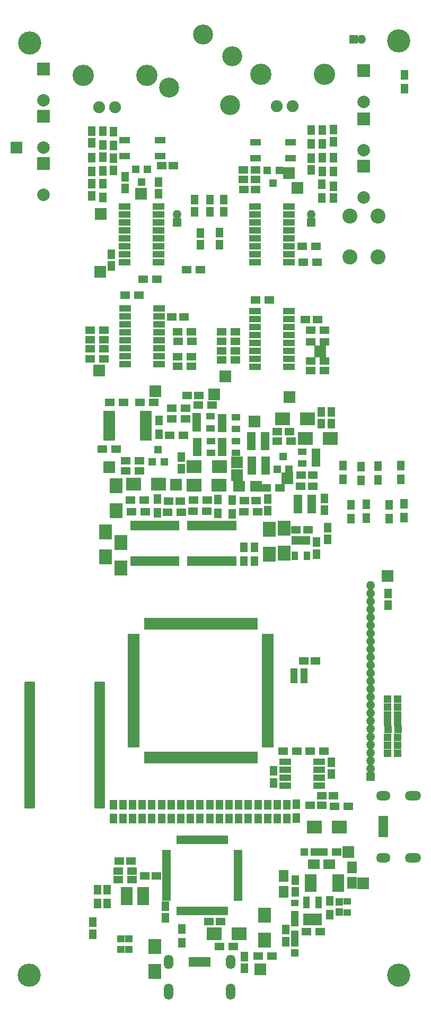
<source format=gbr>
G04 #@! TF.FileFunction,Soldermask,Top*
%FSLAX46Y46*%
G04 Gerber Fmt 4.6, Leading zero omitted, Abs format (unit mm)*
G04 Created by KiCad (PCBNEW 4.0.6) date Tue Sep  5 00:59:50 2017*
%MOMM*%
%LPD*%
G01*
G04 APERTURE LIST*
%ADD10C,0.100000*%
%ADD11C,0.381000*%
%ADD12R,1.300000X1.600000*%
%ADD13R,1.400000X1.400000*%
%ADD14O,1.400000X1.400000*%
%ADD15R,1.150000X1.600000*%
%ADD16R,1.950000X0.700000*%
%ADD17R,0.700000X1.950000*%
%ADD18R,1.200000X1.200000*%
%ADD19R,0.650000X1.400000*%
%ADD20R,1.400000X0.650000*%
%ADD21R,1.600000X1.300000*%
%ADD22R,1.600000X1.150000*%
%ADD23R,1.650000X1.900000*%
%ADD24R,1.900000X1.650000*%
%ADD25R,1.200000X1.000000*%
%ADD26R,1.050000X1.960000*%
%ADD27R,1.960000X1.050000*%
%ADD28R,1.300000X0.700000*%
%ADD29R,2.000000X2.400000*%
%ADD30R,2.400000X2.000000*%
%ADD31R,1.200000X1.300000*%
%ADD32R,1.700000X1.000000*%
%ADD33R,1.900000X1.000000*%
%ADD34R,1.850000X0.850000*%
%ADD35R,1.460000X1.050000*%
%ADD36R,1.101040X1.400760*%
%ADD37R,0.800000X1.500000*%
%ADD38C,2.400000*%
%ADD39R,2.000000X2.000000*%
%ADD40C,2.000000*%
%ADD41R,1.924000X1.924000*%
%ADD42C,3.700000*%
%ADD43R,0.850000X1.500000*%
%ADD44O,1.500000X2.300000*%
%ADD45O,1.500000X2.600000*%
%ADD46R,1.500000X0.850000*%
%ADD47O,2.300000X1.500000*%
%ADD48O,2.600000X1.500000*%
%ADD49R,1.900000X1.700000*%
%ADD50R,1.950000X1.000000*%
%ADD51C,3.400000*%
%ADD52C,1.900000*%
%ADD53C,3.200000*%
G04 APERTURE END LIST*
D10*
D11*
G36*
X102030000Y-159991000D02*
X102030000Y-159391000D01*
X103280000Y-159391000D01*
X103280000Y-159991000D01*
X102030000Y-159991000D01*
G37*
X102030000Y-159991000D02*
X102030000Y-159391000D01*
X103280000Y-159391000D01*
X103280000Y-159991000D01*
X102030000Y-159991000D01*
G36*
X102030000Y-159191000D02*
X102030000Y-158591000D01*
X103280000Y-158591000D01*
X103280000Y-159191000D01*
X102030000Y-159191000D01*
G37*
X102030000Y-159191000D02*
X102030000Y-158591000D01*
X103280000Y-158591000D01*
X103280000Y-159191000D01*
X102030000Y-159191000D01*
G36*
X102030000Y-158391000D02*
X102030000Y-157791000D01*
X103280000Y-157791000D01*
X103280000Y-158391000D01*
X102030000Y-158391000D01*
G37*
X102030000Y-158391000D02*
X102030000Y-157791000D01*
X103280000Y-157791000D01*
X103280000Y-158391000D01*
X102030000Y-158391000D01*
G36*
X102030000Y-157591000D02*
X102030000Y-156991000D01*
X103280000Y-156991000D01*
X103280000Y-157591000D01*
X102030000Y-157591000D01*
G37*
X102030000Y-157591000D02*
X102030000Y-156991000D01*
X103280000Y-156991000D01*
X103280000Y-157591000D01*
X102030000Y-157591000D01*
G36*
X102030000Y-156791000D02*
X102030000Y-156191000D01*
X103280000Y-156191000D01*
X103280000Y-156791000D01*
X102030000Y-156791000D01*
G37*
X102030000Y-156791000D02*
X102030000Y-156191000D01*
X103280000Y-156191000D01*
X103280000Y-156791000D01*
X102030000Y-156791000D01*
G36*
X102030000Y-155991000D02*
X102030000Y-155391000D01*
X103280000Y-155391000D01*
X103280000Y-155991000D01*
X102030000Y-155991000D01*
G37*
X102030000Y-155991000D02*
X102030000Y-155391000D01*
X103280000Y-155391000D01*
X103280000Y-155991000D01*
X102030000Y-155991000D01*
G36*
X102030000Y-155191000D02*
X102030000Y-154591000D01*
X103280000Y-154591000D01*
X103280000Y-155191000D01*
X102030000Y-155191000D01*
G37*
X102030000Y-155191000D02*
X102030000Y-154591000D01*
X103280000Y-154591000D01*
X103280000Y-155191000D01*
X102030000Y-155191000D01*
G36*
X102030000Y-154391000D02*
X102030000Y-153791000D01*
X103280000Y-153791000D01*
X103280000Y-154391000D01*
X102030000Y-154391000D01*
G37*
X102030000Y-154391000D02*
X102030000Y-153791000D01*
X103280000Y-153791000D01*
X103280000Y-154391000D01*
X102030000Y-154391000D01*
G36*
X102030000Y-153591000D02*
X102030000Y-152991000D01*
X103280000Y-152991000D01*
X103280000Y-153591000D01*
X102030000Y-153591000D01*
G37*
X102030000Y-153591000D02*
X102030000Y-152991000D01*
X103280000Y-152991000D01*
X103280000Y-153591000D01*
X102030000Y-153591000D01*
G36*
X102030000Y-152791000D02*
X102030000Y-152191000D01*
X103280000Y-152191000D01*
X103280000Y-152791000D01*
X102030000Y-152791000D01*
G37*
X102030000Y-152791000D02*
X102030000Y-152191000D01*
X103280000Y-152191000D01*
X103280000Y-152791000D01*
X102030000Y-152791000D01*
G36*
X102030000Y-151991000D02*
X102030000Y-151391000D01*
X103280000Y-151391000D01*
X103280000Y-151991000D01*
X102030000Y-151991000D01*
G37*
X102030000Y-151991000D02*
X102030000Y-151391000D01*
X103280000Y-151391000D01*
X103280000Y-151991000D01*
X102030000Y-151991000D01*
G36*
X102030000Y-151191000D02*
X102030000Y-150591000D01*
X103280000Y-150591000D01*
X103280000Y-151191000D01*
X102030000Y-151191000D01*
G37*
X102030000Y-151191000D02*
X102030000Y-150591000D01*
X103280000Y-150591000D01*
X103280000Y-151191000D01*
X102030000Y-151191000D01*
G36*
X102030000Y-150391000D02*
X102030000Y-149791000D01*
X103280000Y-149791000D01*
X103280000Y-150391000D01*
X102030000Y-150391000D01*
G37*
X102030000Y-150391000D02*
X102030000Y-149791000D01*
X103280000Y-149791000D01*
X103280000Y-150391000D01*
X102030000Y-150391000D01*
G36*
X102030000Y-149591000D02*
X102030000Y-148991000D01*
X103280000Y-148991000D01*
X103280000Y-149591000D01*
X102030000Y-149591000D01*
G37*
X102030000Y-149591000D02*
X102030000Y-148991000D01*
X103280000Y-148991000D01*
X103280000Y-149591000D01*
X102030000Y-149591000D01*
G36*
X102030000Y-148791000D02*
X102030000Y-148191000D01*
X103280000Y-148191000D01*
X103280000Y-148791000D01*
X102030000Y-148791000D01*
G37*
X102030000Y-148791000D02*
X102030000Y-148191000D01*
X103280000Y-148191000D01*
X103280000Y-148791000D01*
X102030000Y-148791000D01*
G36*
X102030000Y-147991000D02*
X102030000Y-147391000D01*
X103280000Y-147391000D01*
X103280000Y-147991000D01*
X102030000Y-147991000D01*
G37*
X102030000Y-147991000D02*
X102030000Y-147391000D01*
X103280000Y-147391000D01*
X103280000Y-147991000D01*
X102030000Y-147991000D01*
G36*
X102030000Y-147191000D02*
X102030000Y-146591000D01*
X103280000Y-146591000D01*
X103280000Y-147191000D01*
X102030000Y-147191000D01*
G37*
X102030000Y-147191000D02*
X102030000Y-146591000D01*
X103280000Y-146591000D01*
X103280000Y-147191000D01*
X102030000Y-147191000D01*
G36*
X102030000Y-146391000D02*
X102030000Y-145791000D01*
X103280000Y-145791000D01*
X103280000Y-146391000D01*
X102030000Y-146391000D01*
G37*
X102030000Y-146391000D02*
X102030000Y-145791000D01*
X103280000Y-145791000D01*
X103280000Y-146391000D01*
X102030000Y-146391000D01*
G36*
X102030000Y-145591000D02*
X102030000Y-144991000D01*
X103280000Y-144991000D01*
X103280000Y-145591000D01*
X102030000Y-145591000D01*
G37*
X102030000Y-145591000D02*
X102030000Y-144991000D01*
X103280000Y-144991000D01*
X103280000Y-145591000D01*
X102030000Y-145591000D01*
G36*
X102030000Y-144791000D02*
X102030000Y-144191000D01*
X103280000Y-144191000D01*
X103280000Y-144791000D01*
X102030000Y-144791000D01*
G37*
X102030000Y-144791000D02*
X102030000Y-144191000D01*
X103280000Y-144191000D01*
X103280000Y-144791000D01*
X102030000Y-144791000D01*
G36*
X102030000Y-143991000D02*
X102030000Y-143391000D01*
X103280000Y-143391000D01*
X103280000Y-143991000D01*
X102030000Y-143991000D01*
G37*
X102030000Y-143991000D02*
X102030000Y-143391000D01*
X103280000Y-143391000D01*
X103280000Y-143991000D01*
X102030000Y-143991000D01*
G36*
X102030000Y-143191000D02*
X102030000Y-142591000D01*
X103280000Y-142591000D01*
X103280000Y-143191000D01*
X102030000Y-143191000D01*
G37*
X102030000Y-143191000D02*
X102030000Y-142591000D01*
X103280000Y-142591000D01*
X103280000Y-143191000D01*
X102030000Y-143191000D01*
G36*
X102030000Y-142391000D02*
X102030000Y-141791000D01*
X103280000Y-141791000D01*
X103280000Y-142391000D01*
X102030000Y-142391000D01*
G37*
X102030000Y-142391000D02*
X102030000Y-141791000D01*
X103280000Y-141791000D01*
X103280000Y-142391000D01*
X102030000Y-142391000D01*
G36*
X102030000Y-141591000D02*
X102030000Y-140991000D01*
X103280000Y-140991000D01*
X103280000Y-141591000D01*
X102030000Y-141591000D01*
G37*
X102030000Y-141591000D02*
X102030000Y-140991000D01*
X103280000Y-140991000D01*
X103280000Y-141591000D01*
X102030000Y-141591000D01*
G36*
X102030000Y-140791000D02*
X102030000Y-140191000D01*
X103280000Y-140191000D01*
X103280000Y-140791000D01*
X102030000Y-140791000D01*
G37*
X102030000Y-140791000D02*
X102030000Y-140191000D01*
X103280000Y-140191000D01*
X103280000Y-140791000D01*
X102030000Y-140791000D01*
G36*
X92080000Y-140191000D02*
X92080000Y-140791000D01*
X90830000Y-140791000D01*
X90830000Y-140191000D01*
X92080000Y-140191000D01*
G37*
X92080000Y-140191000D02*
X92080000Y-140791000D01*
X90830000Y-140791000D01*
X90830000Y-140191000D01*
X92080000Y-140191000D01*
G36*
X92080000Y-140991000D02*
X92080000Y-141591000D01*
X90830000Y-141591000D01*
X90830000Y-140991000D01*
X92080000Y-140991000D01*
G37*
X92080000Y-140991000D02*
X92080000Y-141591000D01*
X90830000Y-141591000D01*
X90830000Y-140991000D01*
X92080000Y-140991000D01*
G36*
X92080000Y-141791000D02*
X92080000Y-142391000D01*
X90830000Y-142391000D01*
X90830000Y-141791000D01*
X92080000Y-141791000D01*
G37*
X92080000Y-141791000D02*
X92080000Y-142391000D01*
X90830000Y-142391000D01*
X90830000Y-141791000D01*
X92080000Y-141791000D01*
G36*
X92080000Y-142591000D02*
X92080000Y-143191000D01*
X90830000Y-143191000D01*
X90830000Y-142591000D01*
X92080000Y-142591000D01*
G37*
X92080000Y-142591000D02*
X92080000Y-143191000D01*
X90830000Y-143191000D01*
X90830000Y-142591000D01*
X92080000Y-142591000D01*
G36*
X92080000Y-143391000D02*
X92080000Y-143991000D01*
X90830000Y-143991000D01*
X90830000Y-143391000D01*
X92080000Y-143391000D01*
G37*
X92080000Y-143391000D02*
X92080000Y-143991000D01*
X90830000Y-143991000D01*
X90830000Y-143391000D01*
X92080000Y-143391000D01*
G36*
X92080000Y-144191000D02*
X92080000Y-144791000D01*
X90830000Y-144791000D01*
X90830000Y-144191000D01*
X92080000Y-144191000D01*
G37*
X92080000Y-144191000D02*
X92080000Y-144791000D01*
X90830000Y-144791000D01*
X90830000Y-144191000D01*
X92080000Y-144191000D01*
G36*
X92080000Y-144991000D02*
X92080000Y-145591000D01*
X90830000Y-145591000D01*
X90830000Y-144991000D01*
X92080000Y-144991000D01*
G37*
X92080000Y-144991000D02*
X92080000Y-145591000D01*
X90830000Y-145591000D01*
X90830000Y-144991000D01*
X92080000Y-144991000D01*
G36*
X92080000Y-145791000D02*
X92080000Y-146391000D01*
X90830000Y-146391000D01*
X90830000Y-145791000D01*
X92080000Y-145791000D01*
G37*
X92080000Y-145791000D02*
X92080000Y-146391000D01*
X90830000Y-146391000D01*
X90830000Y-145791000D01*
X92080000Y-145791000D01*
G36*
X92080000Y-146591000D02*
X92080000Y-147191000D01*
X90830000Y-147191000D01*
X90830000Y-146591000D01*
X92080000Y-146591000D01*
G37*
X92080000Y-146591000D02*
X92080000Y-147191000D01*
X90830000Y-147191000D01*
X90830000Y-146591000D01*
X92080000Y-146591000D01*
G36*
X92080000Y-147391000D02*
X92080000Y-147991000D01*
X90830000Y-147991000D01*
X90830000Y-147391000D01*
X92080000Y-147391000D01*
G37*
X92080000Y-147391000D02*
X92080000Y-147991000D01*
X90830000Y-147991000D01*
X90830000Y-147391000D01*
X92080000Y-147391000D01*
G36*
X92080000Y-148191000D02*
X92080000Y-148791000D01*
X90830000Y-148791000D01*
X90830000Y-148191000D01*
X92080000Y-148191000D01*
G37*
X92080000Y-148191000D02*
X92080000Y-148791000D01*
X90830000Y-148791000D01*
X90830000Y-148191000D01*
X92080000Y-148191000D01*
G36*
X92080000Y-148991000D02*
X92080000Y-149591000D01*
X90830000Y-149591000D01*
X90830000Y-148991000D01*
X92080000Y-148991000D01*
G37*
X92080000Y-148991000D02*
X92080000Y-149591000D01*
X90830000Y-149591000D01*
X90830000Y-148991000D01*
X92080000Y-148991000D01*
G36*
X92080000Y-149791000D02*
X92080000Y-150391000D01*
X90830000Y-150391000D01*
X90830000Y-149791000D01*
X92080000Y-149791000D01*
G37*
X92080000Y-149791000D02*
X92080000Y-150391000D01*
X90830000Y-150391000D01*
X90830000Y-149791000D01*
X92080000Y-149791000D01*
G36*
X92080000Y-150591000D02*
X92080000Y-151191000D01*
X90830000Y-151191000D01*
X90830000Y-150591000D01*
X92080000Y-150591000D01*
G37*
X92080000Y-150591000D02*
X92080000Y-151191000D01*
X90830000Y-151191000D01*
X90830000Y-150591000D01*
X92080000Y-150591000D01*
G36*
X92080000Y-151391000D02*
X92080000Y-151991000D01*
X90830000Y-151991000D01*
X90830000Y-151391000D01*
X92080000Y-151391000D01*
G37*
X92080000Y-151391000D02*
X92080000Y-151991000D01*
X90830000Y-151991000D01*
X90830000Y-151391000D01*
X92080000Y-151391000D01*
G36*
X92080000Y-152191000D02*
X92080000Y-152791000D01*
X90830000Y-152791000D01*
X90830000Y-152191000D01*
X92080000Y-152191000D01*
G37*
X92080000Y-152191000D02*
X92080000Y-152791000D01*
X90830000Y-152791000D01*
X90830000Y-152191000D01*
X92080000Y-152191000D01*
G36*
X92080000Y-152991000D02*
X92080000Y-153591000D01*
X90830000Y-153591000D01*
X90830000Y-152991000D01*
X92080000Y-152991000D01*
G37*
X92080000Y-152991000D02*
X92080000Y-153591000D01*
X90830000Y-153591000D01*
X90830000Y-152991000D01*
X92080000Y-152991000D01*
G36*
X92080000Y-153791000D02*
X92080000Y-154391000D01*
X90830000Y-154391000D01*
X90830000Y-153791000D01*
X92080000Y-153791000D01*
G37*
X92080000Y-153791000D02*
X92080000Y-154391000D01*
X90830000Y-154391000D01*
X90830000Y-153791000D01*
X92080000Y-153791000D01*
G36*
X92080000Y-154591000D02*
X92080000Y-155191000D01*
X90830000Y-155191000D01*
X90830000Y-154591000D01*
X92080000Y-154591000D01*
G37*
X92080000Y-154591000D02*
X92080000Y-155191000D01*
X90830000Y-155191000D01*
X90830000Y-154591000D01*
X92080000Y-154591000D01*
G36*
X92080000Y-155391000D02*
X92080000Y-155991000D01*
X90830000Y-155991000D01*
X90830000Y-155391000D01*
X92080000Y-155391000D01*
G37*
X92080000Y-155391000D02*
X92080000Y-155991000D01*
X90830000Y-155991000D01*
X90830000Y-155391000D01*
X92080000Y-155391000D01*
G36*
X92080000Y-156191000D02*
X92080000Y-156791000D01*
X90830000Y-156791000D01*
X90830000Y-156191000D01*
X92080000Y-156191000D01*
G37*
X92080000Y-156191000D02*
X92080000Y-156791000D01*
X90830000Y-156791000D01*
X90830000Y-156191000D01*
X92080000Y-156191000D01*
G36*
X92080000Y-156991000D02*
X92080000Y-157591000D01*
X90830000Y-157591000D01*
X90830000Y-156991000D01*
X92080000Y-156991000D01*
G37*
X92080000Y-156991000D02*
X92080000Y-157591000D01*
X90830000Y-157591000D01*
X90830000Y-156991000D01*
X92080000Y-156991000D01*
G36*
X92080000Y-157791000D02*
X92080000Y-158391000D01*
X90830000Y-158391000D01*
X90830000Y-157791000D01*
X92080000Y-157791000D01*
G37*
X92080000Y-157791000D02*
X92080000Y-158391000D01*
X90830000Y-158391000D01*
X90830000Y-157791000D01*
X92080000Y-157791000D01*
G36*
X92080000Y-158591000D02*
X92080000Y-159191000D01*
X90830000Y-159191000D01*
X90830000Y-158591000D01*
X92080000Y-158591000D01*
G37*
X92080000Y-158591000D02*
X92080000Y-159191000D01*
X90830000Y-159191000D01*
X90830000Y-158591000D01*
X92080000Y-158591000D01*
G36*
X92080000Y-159391000D02*
X92080000Y-159991000D01*
X90830000Y-159991000D01*
X90830000Y-159391000D01*
X92080000Y-159391000D01*
G37*
X92080000Y-159391000D02*
X92080000Y-159991000D01*
X90830000Y-159991000D01*
X90830000Y-159391000D01*
X92080000Y-159391000D01*
D12*
X147171000Y-105614500D03*
X147171000Y-107814500D03*
X138154000Y-60656500D03*
X138154000Y-62856500D03*
D13*
X145964500Y-155165000D03*
D14*
X145964500Y-153895000D03*
X145964500Y-152625000D03*
X145964500Y-151355000D03*
X145964500Y-150085000D03*
X145964500Y-148815000D03*
X145964500Y-147545000D03*
X145964500Y-146275000D03*
X145964500Y-145005000D03*
X145964500Y-143735000D03*
X145964500Y-142465000D03*
X145964500Y-141195000D03*
X145964500Y-139925000D03*
X145964500Y-138655000D03*
X145964500Y-137385000D03*
X145964500Y-136115000D03*
X145964500Y-134845000D03*
X145964500Y-133575000D03*
X145964500Y-132305000D03*
X145964500Y-131035000D03*
X145964500Y-129765000D03*
X145964500Y-128495000D03*
X145964500Y-127225000D03*
X145964500Y-125955000D03*
X145964500Y-124685000D03*
D15*
X101387500Y-52168000D03*
X101387500Y-54068000D03*
D16*
X108145000Y-132691000D03*
X108145000Y-133191000D03*
X108145000Y-133691000D03*
X108145000Y-134191000D03*
X108145000Y-134691000D03*
X108145000Y-135191000D03*
X108145000Y-135691000D03*
X108145000Y-136191000D03*
X108145000Y-136691000D03*
X108145000Y-137191000D03*
X108145000Y-137691000D03*
X108145000Y-138191000D03*
X108145000Y-138691000D03*
X108145000Y-139191000D03*
X108145000Y-139691000D03*
X108145000Y-140191000D03*
X108145000Y-140691000D03*
X108145000Y-141191000D03*
X108145000Y-141691000D03*
X108145000Y-142191000D03*
X108145000Y-142691000D03*
X108145000Y-143191000D03*
X108145000Y-143691000D03*
X108145000Y-144191000D03*
X108145000Y-144691000D03*
X108145000Y-145191000D03*
X108145000Y-145691000D03*
X108145000Y-146191000D03*
X108145000Y-146691000D03*
X108145000Y-147191000D03*
X108145000Y-147691000D03*
X108145000Y-148191000D03*
X108145000Y-148691000D03*
X108145000Y-149191000D03*
X108145000Y-149691000D03*
X108145000Y-150191000D03*
D17*
X110095000Y-152141000D03*
X110595000Y-152141000D03*
X111095000Y-152141000D03*
X111595000Y-152141000D03*
X112095000Y-152141000D03*
X112595000Y-152141000D03*
X113095000Y-152141000D03*
X113595000Y-152141000D03*
X114095000Y-152141000D03*
X114595000Y-152141000D03*
X115095000Y-152141000D03*
X115595000Y-152141000D03*
X116095000Y-152141000D03*
X116595000Y-152141000D03*
X117095000Y-152141000D03*
X117595000Y-152141000D03*
X118095000Y-152141000D03*
X118595000Y-152141000D03*
X119095000Y-152141000D03*
X119595000Y-152141000D03*
X120095000Y-152141000D03*
X120595000Y-152141000D03*
X121095000Y-152141000D03*
X121595000Y-152141000D03*
X122095000Y-152141000D03*
X122595000Y-152141000D03*
X123095000Y-152141000D03*
X123595000Y-152141000D03*
X124095000Y-152141000D03*
X124595000Y-152141000D03*
X125095000Y-152141000D03*
X125595000Y-152141000D03*
X126095000Y-152141000D03*
X126595000Y-152141000D03*
X127095000Y-152141000D03*
X127595000Y-152141000D03*
D16*
X129545000Y-150191000D03*
X129545000Y-149691000D03*
X129545000Y-149191000D03*
X129545000Y-148691000D03*
X129545000Y-148191000D03*
X129545000Y-147691000D03*
X129545000Y-147191000D03*
X129545000Y-146691000D03*
X129545000Y-146191000D03*
X129545000Y-145691000D03*
X129545000Y-145191000D03*
X129545000Y-144691000D03*
X129545000Y-144191000D03*
X129545000Y-143691000D03*
X129545000Y-143191000D03*
X129545000Y-142691000D03*
X129545000Y-142191000D03*
X129545000Y-141691000D03*
X129545000Y-141191000D03*
X129545000Y-140691000D03*
X129545000Y-140191000D03*
X129545000Y-139691000D03*
X129545000Y-139191000D03*
X129545000Y-138691000D03*
X129545000Y-138191000D03*
X129545000Y-137691000D03*
X129545000Y-137191000D03*
X129545000Y-136691000D03*
X129545000Y-136191000D03*
X129545000Y-135691000D03*
X129545000Y-135191000D03*
X129545000Y-134691000D03*
X129545000Y-134191000D03*
X129545000Y-133691000D03*
X129545000Y-133191000D03*
X129545000Y-132691000D03*
D17*
X127595000Y-130741000D03*
X127095000Y-130741000D03*
X126595000Y-130741000D03*
X126095000Y-130741000D03*
X125595000Y-130741000D03*
X125095000Y-130741000D03*
X124595000Y-130741000D03*
X124095000Y-130741000D03*
X123595000Y-130741000D03*
X123095000Y-130741000D03*
X122595000Y-130741000D03*
X122095000Y-130741000D03*
X121595000Y-130741000D03*
X121095000Y-130741000D03*
X120595000Y-130741000D03*
X120095000Y-130741000D03*
X119595000Y-130741000D03*
X119095000Y-130741000D03*
X118595000Y-130741000D03*
X118095000Y-130741000D03*
X117595000Y-130741000D03*
X117095000Y-130741000D03*
X116595000Y-130741000D03*
X116095000Y-130741000D03*
X115595000Y-130741000D03*
X115095000Y-130741000D03*
X114595000Y-130741000D03*
X114095000Y-130741000D03*
X113595000Y-130741000D03*
X113095000Y-130741000D03*
X112595000Y-130741000D03*
X112095000Y-130741000D03*
X111595000Y-130741000D03*
X111095000Y-130741000D03*
X110595000Y-130741000D03*
X110095000Y-130741000D03*
D18*
X150326860Y-147618912D03*
X148726860Y-147618912D03*
D19*
X115321100Y-176591000D03*
X115821100Y-176591000D03*
X116321100Y-176591000D03*
X116821100Y-176591000D03*
X117321100Y-176591000D03*
X117821100Y-176591000D03*
X118321100Y-176591000D03*
X118821100Y-176591000D03*
X119321100Y-176591000D03*
X119821100Y-176591000D03*
X120321100Y-176591000D03*
X120821100Y-176591000D03*
X121321100Y-176591000D03*
X121821100Y-176591000D03*
X122321100Y-176591000D03*
X122821100Y-176591000D03*
D20*
X124771100Y-174641000D03*
X124771100Y-174141000D03*
X124771100Y-173641000D03*
X124771100Y-173141000D03*
X124771100Y-172641000D03*
X124771100Y-172141000D03*
X124771100Y-171641000D03*
X124771100Y-171141000D03*
X124771100Y-170641000D03*
X124771100Y-170141000D03*
X124771100Y-169641000D03*
X124771100Y-169141000D03*
X124771100Y-168641000D03*
X124771100Y-168141000D03*
X124771100Y-167641000D03*
X124771100Y-167141000D03*
D19*
X122821100Y-165191000D03*
X122321100Y-165191000D03*
X121821100Y-165191000D03*
X121321100Y-165191000D03*
X120821100Y-165191000D03*
X120321100Y-165191000D03*
X119821100Y-165191000D03*
X119321100Y-165191000D03*
X118821100Y-165191000D03*
X118321100Y-165191000D03*
X117821100Y-165191000D03*
X117321100Y-165191000D03*
X116821100Y-165191000D03*
X116321100Y-165191000D03*
X115821100Y-165191000D03*
X115321100Y-165191000D03*
D20*
X113371100Y-167141000D03*
X113371100Y-167641000D03*
X113371100Y-168141000D03*
X113371100Y-168641000D03*
X113371100Y-169141000D03*
X113371100Y-169641000D03*
X113371100Y-170141000D03*
X113371100Y-170641000D03*
X113371100Y-171141000D03*
X113371100Y-171641000D03*
X113371100Y-172141000D03*
X113371100Y-172641000D03*
X113371100Y-173141000D03*
X113371100Y-173641000D03*
X113371100Y-174141000D03*
X113371100Y-174641000D03*
D21*
X105683000Y-170180000D03*
X107883000Y-170180000D03*
D15*
X101555000Y-178361000D03*
X101555000Y-180261000D03*
D22*
X140040000Y-158229500D03*
X138140000Y-158229500D03*
D15*
X125818500Y-183822500D03*
X125818500Y-185722500D03*
D22*
X138191000Y-159753500D03*
X136291000Y-159753500D03*
D15*
X132375000Y-179561000D03*
X132375000Y-181461000D03*
X133946500Y-173530500D03*
X133946500Y-171630500D03*
D22*
X107705000Y-168611000D03*
X105805000Y-168611000D03*
D23*
X132041500Y-173513000D03*
X132041500Y-171013000D03*
X143027000Y-172116000D03*
X143027000Y-169616000D03*
D24*
X136887500Y-169151500D03*
X139387500Y-169151500D03*
D22*
X120095000Y-178231000D03*
X121995000Y-178231000D03*
D15*
X113175000Y-175801000D03*
X113175000Y-177701000D03*
D22*
X111745000Y-170961000D03*
X109845000Y-170961000D03*
D15*
X130454000Y-154231500D03*
X130454000Y-156131500D03*
X139725000Y-152834500D03*
X139725000Y-154734500D03*
X148745000Y-125898500D03*
X148745000Y-127798500D03*
D25*
X142255000Y-175085000D03*
X142255000Y-176785000D03*
D18*
X136959000Y-167172000D03*
X135359000Y-167172000D03*
X140985000Y-175173000D03*
X140985000Y-176773000D03*
X133805000Y-181681000D03*
X133805000Y-183281000D03*
X150288860Y-151428912D03*
X148688860Y-151428912D03*
X150288860Y-150158912D03*
X148688860Y-150158912D03*
X150288860Y-148888912D03*
X148688860Y-148888912D03*
X150288860Y-146475912D03*
X148688860Y-146475912D03*
X150288860Y-145332912D03*
X148688860Y-145332912D03*
X150288860Y-144062912D03*
X148688860Y-144062912D03*
X150288860Y-142792912D03*
X148688860Y-142792912D03*
D21*
X142412500Y-159880500D03*
X140212500Y-159880500D03*
X128031000Y-183809000D03*
X130231000Y-183809000D03*
X121797500Y-182232500D03*
X123997500Y-182232500D03*
D12*
X115845000Y-181641000D03*
X115845000Y-179441000D03*
D21*
X137925000Y-179911000D03*
X135725000Y-179911000D03*
X140518000Y-167172000D03*
X138318000Y-167172000D03*
D12*
X133865000Y-180481000D03*
X133865000Y-178281000D03*
X139461000Y-177205000D03*
X139461000Y-175005000D03*
D21*
X105683000Y-171577000D03*
X107883000Y-171577000D03*
D12*
X103901000Y-175351000D03*
X103901000Y-173151000D03*
X102377000Y-173171000D03*
X102377000Y-175371000D03*
X131053322Y-159641000D03*
X131053322Y-161841000D03*
X127969990Y-159641000D03*
X127969990Y-161841000D03*
X129511656Y-159641000D03*
X129511656Y-161841000D03*
X132594988Y-159641000D03*
X132594988Y-161841000D03*
X124886658Y-159641000D03*
X124886658Y-161841000D03*
X126428324Y-159641000D03*
X126428324Y-161841000D03*
X123344992Y-159641000D03*
X123344992Y-161841000D03*
X121803326Y-159641000D03*
X121803326Y-161841000D03*
X120261660Y-159641000D03*
X120261660Y-161841000D03*
X118719994Y-159641000D03*
X118719994Y-161841000D03*
X117178328Y-159641000D03*
X117178328Y-161841000D03*
X115636662Y-159641000D03*
X115636662Y-161841000D03*
X114094996Y-159641000D03*
X114094996Y-161841000D03*
X112553330Y-159641000D03*
X112553330Y-161841000D03*
X111011664Y-159641000D03*
X111011664Y-161841000D03*
X109469998Y-159641000D03*
X109469998Y-161841000D03*
X107928332Y-159641000D03*
X107928332Y-161841000D03*
X106386666Y-159641000D03*
X106386666Y-161841000D03*
X104845000Y-159641000D03*
X104845000Y-161841000D03*
X134127000Y-161795000D03*
X134127000Y-159595000D03*
D21*
X138539000Y-151117500D03*
X136339000Y-151117500D03*
X131957500Y-151054000D03*
X134157500Y-151054000D03*
D26*
X135725000Y-177941000D03*
X136675000Y-177941000D03*
X137625000Y-177941000D03*
X137625000Y-175241000D03*
X135725000Y-175241000D03*
D27*
X106961000Y-173233000D03*
X106961000Y-174183000D03*
X106961000Y-175133000D03*
X109661000Y-175133000D03*
X109661000Y-173233000D03*
X109661000Y-174183000D03*
D28*
X102655000Y-159691000D03*
X102655000Y-158891000D03*
X102655000Y-158091000D03*
X102655000Y-157291000D03*
X102655000Y-156491000D03*
X102655000Y-155691000D03*
X102655000Y-154891000D03*
X102655000Y-154091000D03*
X102655000Y-153291000D03*
X102655000Y-152491000D03*
X102655000Y-151691000D03*
X102655000Y-150891000D03*
X102655000Y-150091000D03*
X102655000Y-149291000D03*
X102655000Y-148491000D03*
X102655000Y-147691000D03*
X102655000Y-146891000D03*
X102655000Y-146091000D03*
X102655000Y-145291000D03*
X102655000Y-144491000D03*
X102655000Y-143691000D03*
X102655000Y-142891000D03*
X102655000Y-142091000D03*
X102655000Y-141291000D03*
X102655000Y-140491000D03*
X91455000Y-140491000D03*
X91455000Y-141291000D03*
X91455000Y-142091000D03*
X91455000Y-142891000D03*
X91455000Y-143691000D03*
X91455000Y-144491000D03*
X91455000Y-145291000D03*
X91455000Y-146091000D03*
X91455000Y-146891000D03*
X91455000Y-147691000D03*
X91455000Y-148491000D03*
X91455000Y-149291000D03*
X91455000Y-150091000D03*
X91455000Y-150891000D03*
X91455000Y-151691000D03*
X91455000Y-152491000D03*
X91455000Y-153291000D03*
X91455000Y-154091000D03*
X91455000Y-154891000D03*
X91455000Y-155691000D03*
X91455000Y-156491000D03*
X91455000Y-157291000D03*
X91455000Y-158091000D03*
X91455000Y-158891000D03*
X91455000Y-159691000D03*
D22*
X137182500Y-136703000D03*
X135282500Y-136703000D03*
D29*
X111531000Y-182264500D03*
X111531000Y-186264500D03*
D30*
X120965000Y-180181000D03*
X124965000Y-180181000D03*
D25*
X133873000Y-175339000D03*
X133873000Y-177039000D03*
D15*
X122525000Y-65040000D03*
X122525000Y-63140000D03*
X120300000Y-65050000D03*
X120300000Y-63150000D03*
X112119000Y-60296000D03*
X112119000Y-62196000D03*
D22*
X125647000Y-58391000D03*
X127547000Y-58391000D03*
D15*
X117835000Y-65060000D03*
X117835000Y-63160000D03*
D22*
X116625000Y-94375000D03*
X118525000Y-94375000D03*
D15*
X106721500Y-61373000D03*
X106721500Y-59473000D03*
X115725000Y-106075000D03*
X115725000Y-104175000D03*
D22*
X125710500Y-61502500D03*
X127610500Y-61502500D03*
D15*
X138061000Y-96983000D03*
X138061000Y-98883000D03*
D22*
X116125000Y-81850000D03*
X114225000Y-81850000D03*
X137475000Y-82280000D03*
X135575000Y-82280000D03*
D15*
X121800000Y-68400000D03*
X121800000Y-70300000D03*
D22*
X125647000Y-59915000D03*
X127547000Y-59915000D03*
X114450000Y-57683000D03*
X112550000Y-57683000D03*
D15*
X118754000Y-68438000D03*
X118754000Y-70338000D03*
X104575000Y-73720000D03*
X104575000Y-71820000D03*
X139712000Y-96983000D03*
X139712000Y-98883000D03*
X104880000Y-56552000D03*
X104880000Y-58452000D03*
X136439500Y-56488500D03*
X136439500Y-58388500D03*
X101387500Y-60616000D03*
X101387500Y-62516000D03*
X139995500Y-51980000D03*
X139995500Y-53880000D03*
X139995500Y-60997000D03*
X139995500Y-62897000D03*
X138550000Y-112675000D03*
X138550000Y-110775000D03*
D22*
X136725000Y-107050000D03*
X134825000Y-107050000D03*
X134025000Y-115750000D03*
X135925000Y-115750000D03*
D15*
X137275000Y-119650000D03*
X137275000Y-117750000D03*
D29*
X103625000Y-116100000D03*
X103625000Y-120100000D03*
D22*
X113675000Y-111250000D03*
X115575000Y-111250000D03*
D15*
X129525000Y-110850000D03*
X129525000Y-112750000D03*
D29*
X106075000Y-117850000D03*
X106075000Y-121850000D03*
X132125000Y-119500000D03*
X132125000Y-115500000D03*
X129765000Y-119680000D03*
X129765000Y-115680000D03*
D22*
X127675000Y-111150000D03*
X125775000Y-111150000D03*
D30*
X121725000Y-108650000D03*
X117725000Y-108650000D03*
X117786000Y-105715000D03*
X121786000Y-105715000D03*
X131900000Y-98100000D03*
X135900000Y-98100000D03*
X112125000Y-108500000D03*
X108125000Y-108500000D03*
D29*
X105325000Y-108750000D03*
X105325000Y-112750000D03*
D22*
X132975000Y-100150000D03*
X131075000Y-100150000D03*
D31*
X110310000Y-58283000D03*
X108410000Y-58283000D03*
X109360000Y-60283000D03*
X131357000Y-58470500D03*
X129457000Y-58470500D03*
X130407000Y-60470500D03*
X131050000Y-106100000D03*
X132950000Y-106100000D03*
X132000000Y-104100000D03*
X111075000Y-104975000D03*
X112975000Y-104975000D03*
X112025000Y-102975000D03*
D12*
X104880000Y-54454000D03*
X104880000Y-52254000D03*
X103165500Y-52218500D03*
X103165500Y-54418500D03*
X103165500Y-56347250D03*
X103165500Y-58547250D03*
X103165500Y-60593000D03*
X103165500Y-62793000D03*
X136503000Y-54220500D03*
X136503000Y-52020500D03*
X138281000Y-52000000D03*
X138281000Y-54200000D03*
X138217500Y-56402000D03*
X138217500Y-58602000D03*
D21*
X131475000Y-109125000D03*
X129275000Y-109125000D03*
D12*
X121564000Y-110950000D03*
X121564000Y-113150000D03*
D21*
X117675000Y-111050000D03*
X119875000Y-111050000D03*
D12*
X111925000Y-110850000D03*
X111925000Y-113050000D03*
D21*
X107575000Y-111000000D03*
X109775000Y-111000000D03*
X109025000Y-106350000D03*
X106825000Y-106350000D03*
D12*
X127375000Y-118550000D03*
X127375000Y-120750000D03*
X125725000Y-118550000D03*
X125725000Y-120750000D03*
X112175000Y-98350000D03*
X112175000Y-100550000D03*
D21*
X116425000Y-96375000D03*
X114225000Y-96375000D03*
D32*
X106700000Y-56153000D03*
X106700000Y-53613000D03*
X112300000Y-53613000D03*
X112300000Y-56153000D03*
X127549500Y-56549500D03*
X127549500Y-54009500D03*
X133149500Y-54009500D03*
X133149500Y-56549500D03*
D33*
X106659000Y-64210000D03*
X106659000Y-65480000D03*
X106659000Y-66750000D03*
X106659000Y-68020000D03*
X106659000Y-69290000D03*
X106659000Y-70560000D03*
X106659000Y-71830000D03*
X106659000Y-73100000D03*
X112059000Y-73100000D03*
X112059000Y-71830000D03*
X112059000Y-70560000D03*
X112059000Y-69290000D03*
X112059000Y-68020000D03*
X112059000Y-66750000D03*
X112059000Y-65480000D03*
X112059000Y-64210000D03*
X127487000Y-64210000D03*
X127487000Y-65480000D03*
X127487000Y-66750000D03*
X127487000Y-68020000D03*
X127487000Y-69290000D03*
X127487000Y-70560000D03*
X127487000Y-71830000D03*
X127487000Y-73100000D03*
X132887000Y-73100000D03*
X132887000Y-71830000D03*
X132887000Y-70560000D03*
X132887000Y-69290000D03*
X132887000Y-68020000D03*
X132887000Y-66750000D03*
X132887000Y-65480000D03*
X132887000Y-64210000D03*
X132922877Y-89791761D03*
X132922877Y-88521761D03*
X132922877Y-87251761D03*
X132922877Y-85981761D03*
X132922877Y-84711761D03*
X132922877Y-83441761D03*
X132922877Y-82171761D03*
X132922877Y-80901761D03*
X127522877Y-80901761D03*
X127522877Y-82171761D03*
X127522877Y-83441761D03*
X127522877Y-84711761D03*
X127522877Y-85981761D03*
X127522877Y-87251761D03*
X127522877Y-88521761D03*
X127522877Y-89791761D03*
X112138582Y-89347156D03*
X112138582Y-88077156D03*
X112138582Y-86807156D03*
X112138582Y-85537156D03*
X112138582Y-84267156D03*
X112138582Y-82997156D03*
X112138582Y-81727156D03*
X112138582Y-80457156D03*
X106738582Y-80457156D03*
X106738582Y-81727156D03*
X106738582Y-82997156D03*
X106738582Y-84267156D03*
X106738582Y-85537156D03*
X106738582Y-86807156D03*
X106738582Y-88077156D03*
X106738582Y-89347156D03*
D34*
X104175000Y-97200000D03*
X104175000Y-97850000D03*
X104175000Y-98500000D03*
X104175000Y-99150000D03*
X104175000Y-99800000D03*
X104175000Y-100450000D03*
X104175000Y-101100000D03*
X110075000Y-101100000D03*
X110075000Y-100450000D03*
X110075000Y-99800000D03*
X110075000Y-99150000D03*
X110075000Y-98500000D03*
X110075000Y-97850000D03*
X110075000Y-97200000D03*
D35*
X134325000Y-110725000D03*
X134325000Y-111675000D03*
X134325000Y-112625000D03*
X136525000Y-112625000D03*
X136525000Y-110725000D03*
X136525000Y-111675000D03*
D36*
X133875040Y-119898880D03*
X135774960Y-119898880D03*
X133875040Y-117501120D03*
X134825000Y-117501120D03*
X135774960Y-117501120D03*
D35*
X137225000Y-105225000D03*
X137225000Y-104275000D03*
X137225000Y-103325000D03*
X135025000Y-103325000D03*
X135025000Y-105225000D03*
D37*
X107925000Y-115100000D03*
X108575000Y-115100000D03*
X109225000Y-115100000D03*
X109875000Y-115100000D03*
X110525000Y-115100000D03*
X111175000Y-115100000D03*
X111825000Y-115100000D03*
X112475000Y-115100000D03*
X113125000Y-115100000D03*
X113775000Y-115100000D03*
X114425000Y-115100000D03*
X115075000Y-115100000D03*
X115075000Y-120800000D03*
X114425000Y-120800000D03*
X113775000Y-120800000D03*
X113125000Y-120800000D03*
X112475000Y-120800000D03*
X111825000Y-120800000D03*
X111175000Y-120800000D03*
X110525000Y-120800000D03*
X109875000Y-120800000D03*
X109225000Y-120800000D03*
X108575000Y-120800000D03*
X107925000Y-120800000D03*
X117000000Y-115100000D03*
X117650000Y-115100000D03*
X118300000Y-115100000D03*
X118950000Y-115100000D03*
X119600000Y-115100000D03*
X120250000Y-115100000D03*
X120900000Y-115100000D03*
X121550000Y-115100000D03*
X122200000Y-115100000D03*
X122850000Y-115100000D03*
X123500000Y-115100000D03*
X124150000Y-115100000D03*
X124150000Y-120800000D03*
X123500000Y-120800000D03*
X122850000Y-120800000D03*
X122200000Y-120800000D03*
X121550000Y-120800000D03*
X120900000Y-120800000D03*
X120250000Y-120800000D03*
X119600000Y-120800000D03*
X118950000Y-120800000D03*
X118300000Y-120800000D03*
X117650000Y-120800000D03*
X117000000Y-120800000D03*
D35*
X118200000Y-97700000D03*
X118200000Y-98650000D03*
X118200000Y-99600000D03*
X120400000Y-99600000D03*
X120400000Y-97700000D03*
X118300000Y-101625000D03*
X118300000Y-102575000D03*
X118300000Y-103525000D03*
X120500000Y-103525000D03*
X120500000Y-101625000D03*
X126975000Y-104600000D03*
X126975000Y-105550000D03*
X126975000Y-106500000D03*
X129175000Y-106500000D03*
X129175000Y-104600000D03*
X129175000Y-105550000D03*
X126925000Y-100700000D03*
X126925000Y-101650000D03*
X126925000Y-102600000D03*
X129125000Y-102600000D03*
X129125000Y-100700000D03*
X129125000Y-101650000D03*
X122250000Y-101625000D03*
X122250000Y-102575000D03*
X122250000Y-103525000D03*
X124450000Y-103525000D03*
X124450000Y-101625000D03*
X122225000Y-97800000D03*
X122225000Y-98750000D03*
X122225000Y-99700000D03*
X124425000Y-99700000D03*
X124425000Y-97800000D03*
D21*
X113900000Y-100700000D03*
X116100000Y-100700000D03*
X114225000Y-98125000D03*
X116425000Y-98125000D03*
X106485000Y-95440000D03*
X104285000Y-95440000D03*
X118450000Y-95850000D03*
X120650000Y-95850000D03*
X105350000Y-102900000D03*
X103150000Y-102900000D03*
X109100000Y-95450000D03*
X111300000Y-95450000D03*
X106825000Y-104775000D03*
X109025000Y-104775000D03*
X124347877Y-85746761D03*
X122147877Y-85746761D03*
X103333857Y-85472768D03*
X101133857Y-85472768D03*
X122147877Y-87246761D03*
X124347877Y-87246761D03*
X101143857Y-86944393D03*
X103343857Y-86944393D03*
X122147877Y-88721761D03*
X124347877Y-88721761D03*
X101143857Y-88516018D03*
X103343857Y-88516018D03*
X122147877Y-84196761D03*
X124347877Y-84196761D03*
X101133857Y-83971143D03*
X103333857Y-83971143D03*
X138602877Y-90371761D03*
X136402877Y-90371761D03*
X117358582Y-89732156D03*
X115158582Y-89732156D03*
X138572877Y-83921761D03*
X136372877Y-83921761D03*
X117358582Y-84222156D03*
X115158582Y-84222156D03*
X138552877Y-88861761D03*
X136352877Y-88861761D03*
X117338582Y-88152156D03*
X115138582Y-88152156D03*
X138547877Y-85771761D03*
X136347877Y-85771761D03*
X117378582Y-85742156D03*
X115178582Y-85742156D03*
D12*
X139995500Y-56402000D03*
X139995500Y-58602000D03*
X101387500Y-56402000D03*
X101387500Y-58602000D03*
D30*
X139500000Y-101200000D03*
X135500000Y-101200000D03*
D38*
X147162500Y-72234000D03*
X142662500Y-72234000D03*
X147162500Y-65734000D03*
X142662500Y-65734000D03*
D12*
X151362000Y-45394000D03*
X151362000Y-43194000D03*
D30*
X140953000Y-163235000D03*
X136953000Y-163235000D03*
D29*
X129047000Y-181237000D03*
X129047000Y-177237000D03*
D39*
X93687500Y-49835000D03*
D40*
X93687500Y-54835000D03*
D39*
X93687500Y-57391500D03*
D40*
X93687500Y-62391500D03*
D39*
X144821500Y-50263000D03*
D40*
X144821500Y-55263000D03*
D39*
X144821500Y-57819500D03*
D40*
X144821500Y-62819500D03*
D39*
X144865177Y-42545957D03*
D40*
X144865177Y-47545957D03*
D39*
X93751000Y-42295000D03*
D40*
X93751000Y-47295000D03*
D15*
X139050000Y-115400000D03*
X139050000Y-117300000D03*
D22*
X134800000Y-108875000D03*
X136700000Y-108875000D03*
D21*
X113525000Y-112950000D03*
X115725000Y-112950000D03*
X125675000Y-112900000D03*
X127875000Y-112900000D03*
D12*
X123825000Y-111000000D03*
X123825000Y-113200000D03*
D21*
X117625000Y-112800000D03*
X119825000Y-112800000D03*
X133225000Y-101675000D03*
X131025000Y-101675000D03*
X109925000Y-112900000D03*
X107725000Y-112900000D03*
D13*
X143281000Y-37516000D03*
D14*
X144551000Y-37516000D03*
D13*
X115040000Y-66773000D03*
D14*
X115040000Y-65503000D03*
D13*
X136439500Y-66773000D03*
D14*
X136439500Y-65503000D03*
D41*
X134275000Y-61225000D03*
X132875000Y-58875000D03*
X109325000Y-62175000D03*
X89369500Y-54788000D03*
X102875000Y-65425000D03*
X102784500Y-74647000D03*
X137865000Y-87325000D03*
X102575000Y-90395000D03*
X132625000Y-107575000D03*
X122775000Y-91275000D03*
X132975000Y-94575000D03*
X124612000Y-107048500D03*
X114875000Y-108625000D03*
X124612000Y-105016500D03*
X127425000Y-98485000D03*
X121005000Y-94155000D03*
X111611000Y-93697000D03*
X104185000Y-105805000D03*
X142392000Y-167183000D03*
X128375000Y-185899000D03*
X144805000Y-172136000D03*
X148695000Y-123161000D03*
D21*
X116543500Y-74266000D03*
X118743500Y-74266000D03*
X109622000Y-75853500D03*
X111822000Y-75853500D03*
X135022000Y-70583000D03*
X137222000Y-70583000D03*
D12*
X148949000Y-111774000D03*
X148949000Y-113974000D03*
D21*
X135169500Y-73123000D03*
X137369500Y-73123000D03*
D12*
X151298500Y-111667500D03*
X151298500Y-113867500D03*
X150775000Y-105575000D03*
X150775000Y-107775000D03*
X141583000Y-105551000D03*
X141583000Y-107751000D03*
X142853000Y-111774000D03*
X142853000Y-113974000D03*
D21*
X127549500Y-79092000D03*
X129749500Y-79092000D03*
D12*
X144440500Y-105678000D03*
X144440500Y-107878000D03*
X145266000Y-111710500D03*
X145266000Y-113910500D03*
D21*
X106764500Y-78330000D03*
X108964500Y-78330000D03*
D42*
X91401000Y-186805000D03*
X150401000Y-186805000D03*
X91507500Y-38106500D03*
X150401000Y-37805000D03*
D43*
X117345000Y-184741000D03*
X117995000Y-184741000D03*
X118645000Y-184741000D03*
X119295000Y-184741000D03*
X119945000Y-184741000D03*
D44*
X113695000Y-184741000D03*
X123595000Y-184741000D03*
D45*
X113695000Y-189416000D03*
X123595000Y-189416000D03*
D46*
X148011500Y-164419000D03*
X148011500Y-163769000D03*
X148011500Y-163119000D03*
X148011500Y-162469000D03*
X148011500Y-161819000D03*
D47*
X148011500Y-168069000D03*
X148011500Y-158169000D03*
D48*
X152686500Y-168069000D03*
X152686500Y-158169000D03*
D49*
X127625000Y-108850000D03*
X124925000Y-108850000D03*
D34*
X136423000Y-171168500D03*
X136423000Y-171818500D03*
X136423000Y-172468500D03*
X136423000Y-173118500D03*
X140823000Y-173118500D03*
X140823000Y-172468500D03*
X140823000Y-171818500D03*
X140823000Y-171168500D03*
D50*
X132295000Y-152786000D03*
X132295000Y-154056000D03*
X132295000Y-155326000D03*
X132295000Y-156596000D03*
X137695000Y-156596000D03*
X137695000Y-155326000D03*
X137695000Y-154056000D03*
X137695000Y-152786000D03*
D10*
G36*
X105480000Y-180476500D02*
X106680000Y-180476500D01*
X106680000Y-181576500D01*
X105480000Y-181576500D01*
X105480000Y-180476500D01*
X105480000Y-180476500D01*
G37*
G36*
X105480000Y-182126500D02*
X106680000Y-182126500D01*
X106680000Y-183226500D01*
X105480000Y-183226500D01*
X105480000Y-182126500D01*
X105480000Y-182126500D01*
G37*
G36*
X106730000Y-182126500D02*
X107930000Y-182126500D01*
X107930000Y-183226500D01*
X106730000Y-183226500D01*
X106730000Y-182126500D01*
X106730000Y-182126500D01*
G37*
G36*
X106730000Y-180476500D02*
X107930000Y-180476500D01*
X107930000Y-181576500D01*
X106730000Y-181576500D01*
X106730000Y-180476500D01*
X106730000Y-180476500D01*
G37*
G36*
X135892500Y-137837500D02*
X135892500Y-139037500D01*
X134792500Y-139037500D01*
X134792500Y-137837500D01*
X135892500Y-137837500D01*
X135892500Y-137837500D01*
G37*
G36*
X134242500Y-137837500D02*
X134242500Y-139037500D01*
X133142500Y-139037500D01*
X133142500Y-137837500D01*
X134242500Y-137837500D01*
X134242500Y-137837500D01*
G37*
G36*
X134242500Y-139087500D02*
X134242500Y-140287500D01*
X133142500Y-140287500D01*
X133142500Y-139087500D01*
X134242500Y-139087500D01*
X134242500Y-139087500D01*
G37*
G36*
X135892500Y-139087500D02*
X135892500Y-140287500D01*
X134792500Y-140287500D01*
X134792500Y-139087500D01*
X135892500Y-139087500D01*
X135892500Y-139087500D01*
G37*
D51*
X100037500Y-43294500D03*
X110197500Y-43294500D03*
D52*
X102577500Y-48374500D03*
X105117500Y-48374500D03*
D53*
X119217000Y-36763000D03*
X123817000Y-40263000D03*
X113817000Y-45263000D03*
X123517000Y-48063000D03*
D51*
X128422000Y-43167500D03*
X138582000Y-43167500D03*
D52*
X130962000Y-48247500D03*
X133502000Y-48247500D03*
M02*

</source>
